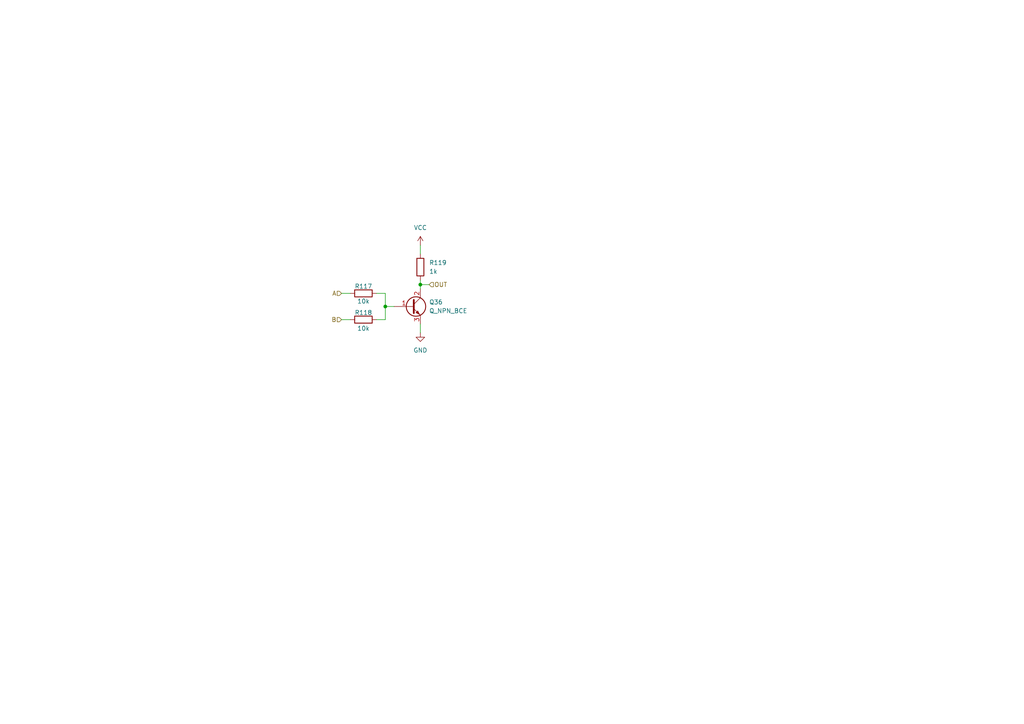
<source format=kicad_sch>
(kicad_sch (version 20231120) (generator "eeschema") (generator_version "8.0")
  (paper "A4")
  (lib_symbols
    (symbol "Device:Q_NPN_BCE" (pin_names (offset 0) hide)
      (property "Reference" "Q" (at 5.08 1.27 0))
      (property "Value" "Q_NPN_BCE" (at 5.08 -1.27 0))
      (symbol "Q_NPN_BCE_0_1"
        (polyline (pts (xy 0.635 0.635) (xy 2.54 2.54)))
        (polyline (pts (xy 0.635 -0.635) (xy 2.54 -2.54) (xy 2.54 -2.54)))
        (polyline (pts (xy 0.635 1.905) (xy 0.635 -1.905) (xy 0.635 -1.905)) (stroke (width 0.508)))
        (polyline (pts (xy 1.27 -1.778) (xy 1.778 -1.27) (xy 2.286 -2.286) (xy 1.27 -1.778) (xy 1.27 -1.778)) (fill (type outline)))
        (circle (center 1.27 0) (radius 2.8194) (stroke (width 0.254)))
      )
      (symbol "Q_NPN_BCE_1_1"
        (pin input line (at -5.08 0 0) (length 5.715) (name "B") (number "1"))
        (pin passive line (at 2.54 5.08 270) (length 2.54) (name "C") (number "2"))
        (pin passive line (at 2.54 -5.08 90) (length 2.54) (name "E") (number "3"))
      )
    )
    (symbol "Device:R" (pin_numbers hide) (pin_names (offset 0))
      (property "Reference" "R" (at 2.032 0 90))
      (property "Value" "R" (at 0 0 90))
      (symbol "R_0_1"
        (rectangle (start -1.016 -2.54) (end 1.016 2.54) (stroke (width 0.254)))
      )
      (symbol "R_1_1"
        (pin passive line (at 0 3.81 270) (length 1.27) (name "~") (number "1"))
        (pin passive line (at 0 -3.81 90) (length 1.27) (name "~") (number "2"))
      )
    )
    (symbol "power:GND" (power) (pin_numbers hide) (pin_names (offset 0) hide)
      (property "Value" "GND" (at 0 -3.81 0))
      (symbol "GND_0_1"
        (polyline (pts (xy 0 0) (xy 0 -1.27) (xy 1.27 -1.27) (xy 0 -2.54) (xy -1.27 -1.27) (xy 0 -1.27)))
      )
      (symbol "GND_1_1"
        (pin power_in line (at 0 0 270) (length 0) (name "~") (number "1"))
      )
    )
    (symbol "power:VCC" (power) (pin_numbers hide) (pin_names (offset 0) hide)
      (property "Value" "VCC" (at 0 3.556 0))
      (symbol "VCC_0_1"
        (polyline (pts (xy -0.762 1.27) (xy 0 2.54)))
        (polyline (pts (xy 0 0) (xy 0 2.54)))
        (polyline (pts (xy 0 2.54) (xy 0.762 1.27)))
      )
      (symbol "VCC_1_1"
        (pin power_in line (at 0 0 90) (length 0) (name "~") (number "1"))
      )
    )
  )
  (junction (at 121.92 82.55))
  (junction (at 111.76 88.9))
  (wire (pts (xy 111.76 92.71) (xy 111.76 88.9)))
  (wire (pts (xy 121.92 81.28) (xy 121.92 82.55)))
  (wire (pts (xy 111.76 85.09) (xy 111.76 88.9)))
  (wire (pts (xy 99.06 92.71) (xy 101.6 92.71)))
  (wire (pts (xy 99.06 85.09) (xy 101.6 85.09)))
  (wire (pts (xy 109.22 85.09) (xy 111.76 85.09)))
  (wire (pts (xy 121.92 82.55) (xy 121.92 83.82)))
  (wire (pts (xy 121.92 93.98) (xy 121.92 96.52)))
  (wire (pts (xy 111.76 88.9) (xy 114.3 88.9)))
  (wire (pts (xy 121.92 82.55) (xy 124.46 82.55)))
  (wire (pts (xy 109.22 92.71) (xy 111.76 92.71)))
  (wire (pts (xy 121.92 71.12) (xy 121.92 73.66)))
  (hierarchical_label "A" (shape input) (at 99.06 85.09 180))
  (hierarchical_label "OUT" (shape input) (at 124.46 82.55 0))
  (hierarchical_label "B" (shape input) (at 99.06 92.71 180))
  (symbol (lib_id "power:GND") (at 121.92 96.52 0) (unit 1)
    (property "Reference" "#PWR03" (effects (hide yes)))
    (property "Value" "GND" (at 121.92 101.6 0))
    (property "Description" "Power symbol creates a global label with name \"GND\" , ground" (effects (hide yes)))
    (instances (project "8bit-adder" (path "" (reference "#PWR085") (unit 1)) (path "" (reference "#PWR071") (unit 1)) (path "" (reference "#PWR079") (unit 1)) (path "" (reference "#PWR083") (unit 1)) (path "" (reference "#PWR073") (unit 1)) (path "" (reference "#PWR077") (unit 1)) (path "" (reference "#PWR081") (unit 1)) (path "" (reference "#PWR075") (unit 1)) (path "" (reference "#PWR069") (unit 1)) (path "" (reference "#PWR0149") (unit 1)) (path "" (reference "#PWR0135") (unit 1)) (path "" (reference "#PWR0143") (unit 1)) (path "" (reference "#PWR0147") (unit 1)) (path "" (reference "#PWR0137") (unit 1)) (path "" (reference "#PWR0141") (unit 1)) (path "" (reference "#PWR0145") (unit 1)) (path "" (reference "#PWR0139") (unit 1)) (path "" (reference "#PWR0133") (unit 1)) (path "" (reference "#PWR03") (unit 1)) (path "" (reference "#PWR016") (unit 1)) (path "" (reference "#PWR012") (unit 1)) (path "" (reference "#PWR08") (unit 1)) (path "" (reference "#PWR014") (unit 1)) (path "" (reference "#PWR010") (unit 1)) (path "" (reference "#PWR06") (unit 1)) (path "" (reference "#PWR020") (unit 1)) (path "" (reference "#PWR018") (unit 1)) (path "" (reference "#PWR0167") (unit 1)) (path "" (reference "#PWR0153") (unit 1)) (path "" (reference "#PWR0161") (unit 1)) (path "" (reference "#PWR0165") (unit 1)) (path "" (reference "#PWR0155") (unit 1)) (path "" (reference "#PWR0159") (unit 1)) (path "" (reference "#PWR0163") (unit 1)) (path "" (reference "#PWR0157") (unit 1)) (path "" (reference "#PWR0151") (unit 1)) (path "" (reference "#PWR065") (unit 1)) (path "" (reference "#PWR051") (unit 1)) (path "" (reference "#PWR059") (unit 1)) (path "" (reference "#PWR063") (unit 1)) (path "" (reference "#PWR053") (unit 1)) (path "" (reference "#PWR057") (unit 1)) (path "" (reference "#PWR061") (unit 1)) (path "" (reference "#PWR055") (unit 1)) (path "" (reference "#PWR049") (unit 1)) (path "" (reference "#PWR0125") (unit 1)) (path "" (reference "#PWR0111") (unit 1)) (path "" (reference "#PWR0119") (unit 1)) (path "" (reference "#PWR0123") (unit 1)) (path "" (reference "#PWR0113") (unit 1)) (path "" (reference "#PWR0117") (unit 1)) (path "" (reference "#PWR0121") (unit 1)) (path "" (reference "#PWR0115") (unit 1)) (path "" (reference "#PWR0109") (unit 1)) (path "" (reference "#PWR045") (unit 1)) (path "" (reference "#PWR031") (unit 1)) (path "" (reference "#PWR039") (unit 1)) (path "" (reference "#PWR043") (unit 1)) (path "" (reference "#PWR033") (unit 1)) (path "" (reference "#PWR037") (unit 1)) (path "" (reference "#PWR041") (unit 1)) (path "" (reference "#PWR035") (unit 1)) (path "" (reference "#PWR029") (unit 1)) (path "" (reference "#PWR0105") (unit 1)) (path "" (reference "#PWR091") (unit 1)) (path "" (reference "#PWR099") (unit 1)) (path "" (reference "#PWR0103") (unit 1)) (path "" (reference "#PWR093") (unit 1)) (path "" (reference "#PWR097") (unit 1)) (path "" (reference "#PWR0101") (unit 1)) (path "" (reference "#PWR095") (unit 1)) (path "" (reference "#PWR089") (unit 1))))
  )
  (symbol (lib_id "Device:R") (at 121.92 77.47 0) (unit 1)
    (property "Reference" "R4" (at 124.46 76.1999 0) (effects (justify left)))
    (property "Value" "1k" (at 124.46 78.7399 0) (effects (justify left)))
    (property "Footprint" "RobinsParts:R_Axial_DIN0207_L6.3mm_D2.5mm_P7.62mm_Horizontal" (effects (hide yes)))
    (property "Description" "Resistor" (effects (hide yes)))
    (instances (project "8bit-adder" (path "" (reference "R119") (unit 1)) (path "" (reference "R98") (unit 1)) (path "" (reference "R110") (unit 1)) (path "" (reference "R116") (unit 1)) (path "" (reference "R101") (unit 1)) (path "" (reference "R107") (unit 1)) (path "" (reference "R113") (unit 1)) (path "" (reference "R104") (unit 1)) (path "" (reference "R95") (unit 1)) (path "" (reference "R210") (unit 1)) (path "" (reference "R189") (unit 1)) (path "" (reference "R201") (unit 1)) (path "" (reference "R207") (unit 1)) (path "" (reference "R192") (unit 1)) (path "" (reference "R198") (unit 1)) (path "" (reference "R204") (unit 1)) (path "" (reference "R195") (unit 1)) (path "" (reference "R186") (unit 1)) (path "" (reference "R4") (unit 1)) (path "" (reference "R22") (unit 1)) (path "" (reference "R16") (unit 1)) (path "" (reference "R10") (unit 1)) (path "" (reference "R19") (unit 1)) (path "" (reference "R13") (unit 1)) (path "" (reference "R7") (unit 1)) (path "" (reference "R28") (unit 1)) (path "" (reference "R25") (unit 1)) (path "" (reference "R237") (unit 1)) (path "" (reference "R216") (unit 1)) (path "" (reference "R228") (unit 1)) (path "" (reference "R234") (unit 1)) (path "" (reference "R219") (unit 1)) (path "" (reference "R225") (unit 1)) (path "" (reference "R231") (unit 1)) (path "" (reference "R222") (unit 1)) (path "" (reference "R213") (unit 1)) (path "" (reference "R90") (unit 1)) (path "" (reference "R69") (unit 1)) (path "" (reference "R81") (unit 1)) (path "" (reference "R87") (unit 1)) (path "" (reference "R72") (unit 1)) (path "" (reference "R78") (unit 1)) (path "" (reference "R84") (unit 1)) (path "" (reference "R75") (unit 1)) (path "" (reference "R66") (unit 1)) (path "" (reference "R177") (unit 1)) (path "" (reference "R156") (unit 1)) (path "" (reference "R168") (unit 1)) (path "" (reference "R174") (unit 1)) (path "" (reference "R159") (unit 1)) (path "" (reference "R165") (unit 1)) (path "" (reference "R171") (unit 1)) (path "" (reference "R162") (unit 1)) (path "" (reference "R153") (unit 1)) (path "" (reference "R61") (unit 1)) (path "" (reference "R40") (unit 1)) (path "" (reference "R52") (unit 1)) (path "" (reference "R58") (unit 1)) (path "" (reference "R43") (unit 1)) (path "" (reference "R49") (unit 1)) (path "" (reference "R55") (unit 1)) (path "" (reference "R46") (unit 1)) (path "" (reference "R37") (unit 1)) (path "" (reference "R148") (unit 1)) (path "" (reference "R127") (unit 1)) (path "" (reference "R139") (unit 1)) (path "" (reference "R145") (unit 1)) (path "" (reference "R130") (unit 1)) (path "" (reference "R136") (unit 1)) (path "" (reference "R142") (unit 1)) (path "" (reference "R133") (unit 1)) (path "" (reference "R124") (unit 1))))
  )
  (symbol (lib_id "Device:Q_NPN_BCE") (at 119.38 88.9 0) (unit 1)
    (property "Reference" "Q1" (at 124.46 87.6299 0) (effects (justify left)))
    (property "Value" "Q_NPN_BCE" (at 124.46 90.1699 0) (effects (justify left)))
    (property "Footprint" "RobinsParts:TO-92L_Inline" (effects (hide yes)))
    (property "Description" "NPN transistor, base/collector/emitter" (effects (hide yes)))
    (instances (project "8bit-adder" (path "" (reference "Q36") (unit 1)) (path "" (reference "Q29") (unit 1)) (path "" (reference "Q33") (unit 1)) (path "" (reference "Q35") (unit 1)) (path "" (reference "Q30") (unit 1)) (path "" (reference "Q32") (unit 1)) (path "" (reference "Q34") (unit 1)) (path "" (reference "Q31") (unit 1)) (path "" (reference "Q28") (unit 1)) (path "" (reference "Q63") (unit 1)) (path "" (reference "Q56") (unit 1)) (path "" (reference "Q60") (unit 1)) (path "" (reference "Q62") (unit 1)) (path "" (reference "Q57") (unit 1)) (path "" (reference "Q59") (unit 1)) (path "" (reference "Q61") (unit 1)) (path "" (reference "Q58") (unit 1)) (path "" (reference "Q55") (unit 1)) (path "" (reference "Q1") (unit 1)) (path "" (reference "Q7") (unit 1)) (path "" (reference "Q5") (unit 1)) (path "" (reference "Q3") (unit 1)) (path "" (reference "Q6") (unit 1)) (path "" (reference "Q4") (unit 1)) (path "" (reference "Q2") (unit 1)) (path "" (reference "Q9") (unit 1)) (path "" (reference "Q8") (unit 1)) (path "" (reference "Q72") (unit 1)) (path "" (reference "Q65") (unit 1)) (path "" (reference "Q69") (unit 1)) (path "" (reference "Q71") (unit 1)) (path "" (reference "Q66") (unit 1)) (path "" (reference "Q68") (unit 1)) (path "" (reference "Q70") (unit 1)) (path "" (reference "Q67") (unit 1)) (path "" (reference "Q64") (unit 1)) (path "" (reference "Q27") (unit 1)) (path "" (reference "Q20") (unit 1)) (path "" (reference "Q24") (unit 1)) (path "" (reference "Q26") (unit 1)) (path "" (reference "Q21") (unit 1)) (path "" (reference "Q23") (unit 1)) (path "" (reference "Q25") (unit 1)) (path "" (reference "Q22") (unit 1)) (path "" (reference "Q19") (unit 1)) (path "" (reference "Q54") (unit 1)) (path "" (reference "Q47") (unit 1)) (path "" (reference "Q51") (unit 1)) (path "" (reference "Q53") (unit 1)) (path "" (reference "Q48") (unit 1)) (path "" (reference "Q50") (unit 1)) (path "" (reference "Q52") (unit 1)) (path "" (reference "Q49") (unit 1)) (path "" (reference "Q46") (unit 1)) (path "" (reference "Q18") (unit 1)) (path "" (reference "Q11") (unit 1)) (path "" (reference "Q15") (unit 1)) (path "" (reference "Q17") (unit 1)) (path "" (reference "Q12") (unit 1)) (path "" (reference "Q14") (unit 1)) (path "" (reference "Q16") (unit 1)) (path "" (reference "Q13") (unit 1)) (path "" (reference "Q10") (unit 1)) (path "" (reference "Q45") (unit 1)) (path "" (reference "Q38") (unit 1)) (path "" (reference "Q42") (unit 1)) (path "" (reference "Q44") (unit 1)) (path "" (reference "Q39") (unit 1)) (path "" (reference "Q41") (unit 1)) (path "" (reference "Q43") (unit 1)) (path "" (reference "Q40") (unit 1)) (path "" (reference "Q37") (unit 1))))
  )
  (symbol (lib_id "Device:R") (at 105.41 92.71 270) (unit 1)
    (property "Reference" "R3" (at 105.41 90.678 90))
    (property "Value" "10k" (at 105.41 95.25 90))
    (property "Footprint" "RobinsParts:R_Axial_DIN0207_L6.3mm_D2.5mm_P7.62mm_Horizontal" (effects (hide yes)))
    (property "Description" "Resistor" (effects (hide yes)))
    (instances (project "8bit-adder" (path "" (reference "R118") (unit 1)) (path "" (reference "R97") (unit 1)) (path "" (reference "R109") (unit 1)) (path "" (reference "R115") (unit 1)) (path "" (reference "R100") (unit 1)) (path "" (reference "R106") (unit 1)) (path "" (reference "R112") (unit 1)) (path "" (reference "R103") (unit 1)) (path "" (reference "R94") (unit 1)) (path "" (reference "R209") (unit 1)) (path "" (reference "R188") (unit 1)) (path "" (reference "R200") (unit 1)) (path "" (reference "R206") (unit 1)) (path "" (reference "R191") (unit 1)) (path "" (reference "R197") (unit 1)) (path "" (reference "R203") (unit 1)) (path "" (reference "R194") (unit 1)) (path "" (reference "R185") (unit 1)) (path "" (reference "R3") (unit 1)) (path "" (reference "R21") (unit 1)) (path "" (reference "R15") (unit 1)) (path "" (reference "R9") (unit 1)) (path "" (reference "R18") (unit 1)) (path "" (reference "R12") (unit 1)) (path "" (reference "R6") (unit 1)) (path "" (reference "R27") (unit 1)) (path "" (reference "R24") (unit 1)) (path "" (reference "R236") (unit 1)) (path "" (reference "R215") (unit 1)) (path "" (reference "R227") (unit 1)) (path "" (reference "R233") (unit 1)) (path "" (reference "R218") (unit 1)) (path "" (reference "R224") (unit 1)) (path "" (reference "R230") (unit 1)) (path "" (reference "R221") (unit 1)) (path "" (reference "R212") (unit 1)) (path "" (reference "R89") (unit 1)) (path "" (reference "R68") (unit 1)) (path "" (reference "R80") (unit 1)) (path "" (reference "R86") (unit 1)) (path "" (reference "R71") (unit 1)) (path "" (reference "R77") (unit 1)) (path "" (reference "R83") (unit 1)) (path "" (reference "R74") (unit 1)) (path "" (reference "R65") (unit 1)) (path "" (reference "R176") (unit 1)) (path "" (reference "R155") (unit 1)) (path "" (reference "R167") (unit 1)) (path "" (reference "R173") (unit 1)) (path "" (reference "R158") (unit 1)) (path "" (reference "R164") (unit 1)) (path "" (reference "R170") (unit 1)) (path "" (reference "R161") (unit 1)) (path "" (reference "R152") (unit 1)) (path "" (reference "R60") (unit 1)) (path "" (reference "R39") (unit 1)) (path "" (reference "R51") (unit 1)) (path "" (reference "R57") (unit 1)) (path "" (reference "R42") (unit 1)) (path "" (reference "R48") (unit 1)) (path "" (reference "R54") (unit 1)) (path "" (reference "R45") (unit 1)) (path "" (reference "R36") (unit 1)) (path "" (reference "R147") (unit 1)) (path "" (reference "R126") (unit 1)) (path "" (reference "R138") (unit 1)) (path "" (reference "R144") (unit 1)) (path "" (reference "R129") (unit 1)) (path "" (reference "R135") (unit 1)) (path "" (reference "R141") (unit 1)) (path "" (reference "R132") (unit 1)) (path "" (reference "R123") (unit 1))))
  )
  (symbol (lib_id "Device:R") (at 105.41 85.09 270) (unit 1)
    (property "Reference" "R2" (at 105.41 83.058 90))
    (property "Value" "10k" (at 105.41 87.376 90))
    (property "Footprint" "RobinsParts:R_Axial_DIN0207_L6.3mm_D2.5mm_P7.62mm_Horizontal" (effects (hide yes)))
    (property "Description" "Resistor" (effects (hide yes)))
    (instances (project "8bit-adder" (path "" (reference "R117") (unit 1)) (path "" (reference "R96") (unit 1)) (path "" (reference "R108") (unit 1)) (path "" (reference "R114") (unit 1)) (path "" (reference "R99") (unit 1)) (path "" (reference "R105") (unit 1)) (path "" (reference "R111") (unit 1)) (path "" (reference "R102") (unit 1)) (path "" (reference "R93") (unit 1)) (path "" (reference "R208") (unit 1)) (path "" (reference "R187") (unit 1)) (path "" (reference "R199") (unit 1)) (path "" (reference "R205") (unit 1)) (path "" (reference "R190") (unit 1)) (path "" (reference "R196") (unit 1)) (path "" (reference "R202") (unit 1)) (path "" (reference "R193") (unit 1)) (path "" (reference "R184") (unit 1)) (path "" (reference "R2") (unit 1)) (path "" (reference "R20") (unit 1)) (path "" (reference "R14") (unit 1)) (path "" (reference "R8") (unit 1)) (path "" (reference "R17") (unit 1)) (path "" (reference "R11") (unit 1)) (path "" (reference "R5") (unit 1)) (path "" (reference "R26") (unit 1)) (path "" (reference "R23") (unit 1)) (path "" (reference "R235") (unit 1)) (path "" (reference "R214") (unit 1)) (path "" (reference "R226") (unit 1)) (path "" (reference "R232") (unit 1)) (path "" (reference "R217") (unit 1)) (path "" (reference "R223") (unit 1)) (path "" (reference "R229") (unit 1)) (path "" (reference "R220") (unit 1)) (path "" (reference "R211") (unit 1)) (path "" (reference "R88") (unit 1)) (path "" (reference "R67") (unit 1)) (path "" (reference "R79") (unit 1)) (path "" (reference "R85") (unit 1)) (path "" (reference "R70") (unit 1)) (path "" (reference "R76") (unit 1)) (path "" (reference "R82") (unit 1)) (path "" (reference "R73") (unit 1)) (path "" (reference "R64") (unit 1)) (path "" (reference "R175") (unit 1)) (path "" (reference "R154") (unit 1)) (path "" (reference "R166") (unit 1)) (path "" (reference "R172") (unit 1)) (path "" (reference "R157") (unit 1)) (path "" (reference "R163") (unit 1)) (path "" (reference "R169") (unit 1)) (path "" (reference "R160") (unit 1)) (path "" (reference "R151") (unit 1)) (path "" (reference "R59") (unit 1)) (path "" (reference "R38") (unit 1)) (path "" (reference "R50") (unit 1)) (path "" (reference "R56") (unit 1)) (path "" (reference "R41") (unit 1)) (path "" (reference "R47") (unit 1)) (path "" (reference "R53") (unit 1)) (path "" (reference "R44") (unit 1)) (path "" (reference "R35") (unit 1)) (path "" (reference "R146") (unit 1)) (path "" (reference "R125") (unit 1)) (path "" (reference "R137") (unit 1)) (path "" (reference "R143") (unit 1)) (path "" (reference "R128") (unit 1)) (path "" (reference "R134") (unit 1)) (path "" (reference "R140") (unit 1)) (path "" (reference "R131") (unit 1)) (path "" (reference "R122") (unit 1))))
  )
  (symbol (lib_id "power:VCC") (at 121.92 71.12 0) (unit 1)
    (property "Reference" "#PWR04" (effects (hide yes)))
    (property "Value" "VCC" (at 121.92 66.04 0))
    (property "Description" "Power symbol creates a global label with name \"VCC\"" (effects (hide yes)))
    (instances (project "8bit-adder" (path "" (reference "#PWR084") (unit 1)) (path "" (reference "#PWR070") (unit 1)) (path "" (reference "#PWR078") (unit 1)) (path "" (reference "#PWR082") (unit 1)) (path "" (reference "#PWR072") (unit 1)) (path "" (reference "#PWR076") (unit 1)) (path "" (reference "#PWR080") (unit 1)) (path "" (reference "#PWR074") (unit 1)) (path "" (reference "#PWR068") (unit 1)) (path "" (reference "#PWR0148") (unit 1)) (path "" (reference "#PWR0134") (unit 1)) (path "" (reference "#PWR0142") (unit 1)) (path "" (reference "#PWR0146") (unit 1)) (path "" (reference "#PWR0136") (unit 1)) (path "" (reference "#PWR0140") (unit 1)) (path "" (reference "#PWR0144") (unit 1)) (path "" (reference "#PWR0138") (unit 1)) (path "" (reference "#PWR0132") (unit 1)) (path "" (reference "#PWR04") (unit 1)) (path "" (reference "#PWR015") (unit 1)) (path "" (reference "#PWR011") (unit 1)) (path "" (reference "#PWR07") (unit 1)) (path "" (reference "#PWR013") (unit 1)) (path "" (reference "#PWR09") (unit 1)) (path "" (reference "#PWR05") (unit 1)) (path "" (reference "#PWR019") (unit 1)) (path "" (reference "#PWR017") (unit 1)) (path "" (reference "#PWR0166") (unit 1)) (path "" (reference "#PWR0152") (unit 1)) (path "" (reference "#PWR0160") (unit 1)) (path "" (reference "#PWR0164") (unit 1)) (path "" (reference "#PWR0154") (unit 1)) (path "" (reference "#PWR0158") (unit 1)) (path "" (reference "#PWR0162") (unit 1)) (path "" (reference "#PWR0156") (unit 1)) (path "" (reference "#PWR0150") (unit 1)) (path "" (reference "#PWR064") (unit 1)) (path "" (reference "#PWR050") (unit 1)) (path "" (reference "#PWR058") (unit 1)) (path "" (reference "#PWR062") (unit 1)) (path "" (reference "#PWR052") (unit 1)) (path "" (reference "#PWR056") (unit 1)) (path "" (reference "#PWR060") (unit 1)) (path "" (reference "#PWR054") (unit 1)) (path "" (reference "#PWR048") (unit 1)) (path "" (reference "#PWR0124") (unit 1)) (path "" (reference "#PWR0110") (unit 1)) (path "" (reference "#PWR0118") (unit 1)) (path "" (reference "#PWR0122") (unit 1)) (path "" (reference "#PWR0112") (unit 1)) (path "" (reference "#PWR0116") (unit 1)) (path "" (reference "#PWR0120") (unit 1)) (path "" (reference "#PWR0114") (unit 1)) (path "" (reference "#PWR0108") (unit 1)) (path "" (reference "#PWR044") (unit 1)) (path "" (reference "#PWR030") (unit 1)) (path "" (reference "#PWR038") (unit 1)) (path "" (reference "#PWR042") (unit 1)) (path "" (reference "#PWR032") (unit 1)) (path "" (reference "#PWR036") (unit 1)) (path "" (reference "#PWR040") (unit 1)) (path "" (reference "#PWR034") (unit 1)) (path "" (reference "#PWR028") (unit 1)) (path "" (reference "#PWR0104") (unit 1)) (path "" (reference "#PWR090") (unit 1)) (path "" (reference "#PWR098") (unit 1)) (path "" (reference "#PWR0102") (unit 1)) (path "" (reference "#PWR092") (unit 1)) (path "" (reference "#PWR096") (unit 1)) (path "" (reference "#PWR0100") (unit 1)) (path "" (reference "#PWR094") (unit 1)) (path "" (reference "#PWR088") (unit 1))))
  )
)
</source>
